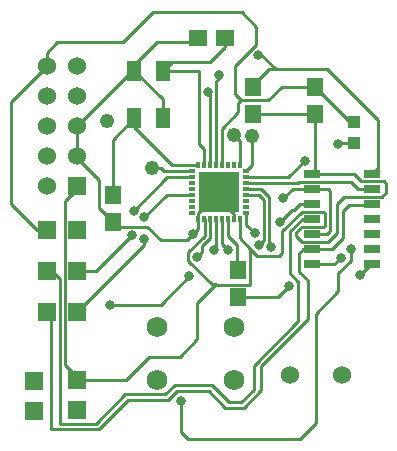
<source format=gbr>
%FSLAX23Y23*%
%MOIN*%
G04 EasyPC Gerber Version 17.0 Build 3379 *
%ADD27R,0.01181X0.01969*%
%ADD21R,0.03937X0.04291*%
%ADD72R,0.04724X0.07087*%
%ADD71R,0.05500X0.06000*%
%ADD22R,0.06000X0.06000*%
%ADD23R,0.06000X0.06000*%
%ADD29R,0.13780X0.13780*%
%ADD24C,0.00984*%
%ADD12C,0.01000*%
%ADD13C,0.03189*%
%ADD25C,0.04800*%
%ADD15C,0.06000*%
%ADD28R,0.01969X0.01181*%
%ADD26R,0.05787X0.02559*%
%ADD18R,0.06000X0.05500*%
%ADD70C,0.06890*%
X0Y0D02*
D02*
D12*
X508Y1526D02*
Y1571D01*
X543Y1606*
X762*
X862Y1706*
X1159*
X1206Y1659*
Y1598*
X1136Y1527*
Y1435*
X1157Y1413*
X510Y982D02*
X476D01*
X389Y1068*
Y1407*
X508Y1526*
X510Y844D02*
X526D01*
X551Y819*
Y334*
X671*
X769Y433*
X903*
X935Y464*
X1059*
X1116Y407*
X1157*
X1199Y448*
Y529*
X1346Y677*
Y809*
X1319Y836*
Y976*
X1362Y1019*
X1394*
Y1017*
X610Y844D02*
X671D01*
X791Y964*
X718Y732D02*
X889D01*
X984Y826*
X728Y1096D02*
Y1280D01*
X800Y1353*
Y1323*
X925Y1198*
X1014*
Y1196*
X834Y952D02*
Y931D01*
X610Y706*
X860Y1187D02*
X889D01*
X899Y1177*
X992*
X993Y1176*
X895Y1510D02*
X1015D01*
Y1269*
X1033Y1252*
Y1196*
X956Y411D02*
Y309D01*
X980Y285*
X1352*
X1405Y338*
Y702*
X1480Y777*
Y838*
X1521Y879*
Y917*
X993Y1097D02*
X908D01*
X834Y1023*
X993Y1156D02*
X910D01*
X799Y1045*
X1053Y1017D02*
Y954D01*
X1025Y927*
Y907*
X1010Y891*
X1053Y1196D02*
Y1435D01*
X1045Y1442*
X1073Y1017D02*
Y921D01*
X1067Y915*
X1084Y1496D02*
Y1486D01*
X1073Y1474*
Y1196*
X1092Y1017D02*
Y935D01*
X1114Y913*
X1102Y1620D02*
Y1590D01*
X1053Y1541*
X926*
X895Y1510*
X1112Y1017D02*
Y962D01*
X1143Y931*
Y875*
X1147Y871*
Y846*
X1134Y1297D02*
X1151Y1279D01*
Y1196*
X1147Y756D02*
X1278D01*
X1315Y793*
X1157Y1413D02*
X1147Y1403D01*
Y1374*
X1092Y1318*
Y1196*
X1172Y1038D02*
Y999D01*
X1201Y970*
X1172Y1097D02*
Y1096D01*
X1217*
X1232Y1081*
Y946*
X1216Y931*
X1172Y1136D02*
X1345D01*
X1350Y1141*
X1521*
X1546Y1117*
X1592*
X1172Y1156D02*
X1314D01*
X1370Y1212*
X1193Y1295D02*
Y1196D01*
X1172Y1176*
X1197Y1458D02*
Y1464D01*
X1250Y1517*
X1271*
X1212Y1565D02*
X1224D01*
X1271Y1517*
X1256Y923D02*
X1250D01*
Y1090*
X1222Y1118*
X1172*
Y1117*
X1271Y1517D02*
X1443D01*
X1612Y1348*
Y1187*
X1592Y1167*
X1394Y867D02*
X1467D01*
X1488Y887*
X1394Y917D02*
X1364D01*
X1348Y901*
Y842*
X1378Y813*
Y683*
X1224Y529*
Y446*
X1167Y389*
X1104*
X1049Y444*
X943*
X913Y415*
X779*
X681Y317*
X523*
Y693*
X510Y706*
X1394Y917D02*
X1458D01*
X1496Y954*
Y1043*
X1517Y1065*
X1590*
X1592Y1067*
X1394D02*
X1352D01*
X1334Y1049*
X1325*
X1285Y1009*
X1394Y1117D02*
X1328D01*
X1297Y1086*
X1394Y1117D02*
X1447D01*
X1454Y1110*
Y978*
X1443Y966*
X1395*
X1394Y967*
X1401Y1458D02*
X1291D01*
X1246Y1413*
X1157*
X1533Y1340D02*
X1520D01*
X1401Y1458*
D02*
D13*
X718Y732D03*
X791Y964D03*
X799Y1045D03*
X834Y952D03*
Y1023D03*
X956Y411D03*
X984Y826D03*
X996Y966D03*
X1010Y891D03*
X1045Y1442D03*
X1067Y915D03*
X1084Y1496D03*
X1114Y913D03*
X1201Y970D03*
X1212Y1565D03*
X1216Y931D03*
X1256Y923D03*
X1285Y1009D03*
X1297Y1086D03*
X1315Y793D03*
X1370Y1212D03*
X1478Y1269D03*
X1488Y887D03*
X1521Y917D03*
X1553Y830D03*
D02*
D15*
X508Y1126D03*
Y1226D03*
Y1326D03*
Y1426D03*
Y1526D03*
X608Y1226D03*
Y1326D03*
Y1426D03*
Y1526D03*
X1320Y498D03*
X1494D03*
D02*
D18*
X1012Y1620D03*
X1102D03*
D02*
D70*
X875Y481D03*
Y658D03*
X1131Y481D03*
Y658D03*
D02*
D71*
X728Y1006D03*
Y1096D03*
X1147Y756D03*
Y846D03*
X1197Y1368D03*
Y1458D03*
X1401Y1368D03*
Y1458D03*
D02*
D21*
X1533Y1270D03*
Y1340D03*
D02*
D22*
X466Y376D03*
Y476D03*
X510Y982D03*
X510Y706D03*
Y844D03*
X608Y382D03*
Y482D03*
X610Y982D03*
X610Y706D03*
Y844D03*
D02*
D23*
X608Y1126D03*
D02*
D24*
X608Y482D02*
X771D01*
X848Y559*
X951*
X1008Y616*
Y738*
X1071Y801*
X608Y482D02*
Y492D01*
X569Y531*
Y1077*
X608Y1116*
Y1126*
Y1226D02*
Y1216D01*
X614*
X681Y1149*
Y1053*
X728Y1006*
X608Y1326D02*
Y1226D01*
X728Y1006D02*
Y992D01*
X842*
X888Y946*
X976*
X996Y966*
X800Y1510D02*
Y1530D01*
X876Y1606*
X998*
X1012Y1620*
X800Y1510D02*
X792D01*
X608Y1326*
X895Y1353D02*
Y1416D01*
X800Y1510*
X1014Y1017D02*
Y984D01*
X996Y966*
X1014Y1017D02*
Y1038D01*
X1082Y1107*
X1033Y1017D02*
X1035D01*
Y962*
X980Y907*
Y879*
X1059Y801*
X1071*
X1073Y799*
X1187*
Y919*
X1082Y1107D02*
Y1084D01*
X1132Y1035*
Y1017*
X1187Y919D02*
X1151Y954D01*
Y1017*
X1197Y1368D02*
X1401D01*
X1394Y1167D02*
X1531D01*
X1555Y1143*
X1632*
X1639Y1135*
Y1106*
X1626Y1092*
X1500*
X1476Y1068*
Y972*
X1447Y942*
X1360*
X1340Y962*
Y974*
X1358Y992*
X1433*
X1437Y996*
Y1035*
X1431Y1041*
X1358*
X1293Y976*
Y905*
X1283Y895*
X1210*
X1187Y919*
X1401Y1368D02*
Y1174D01*
X1394Y1167*
X1533Y1270D02*
X1479D01*
X1478Y1269*
X1592Y867D02*
X1589D01*
X1553Y830*
D02*
D25*
X708Y1344D03*
X860Y1187D03*
X1134Y1297D03*
X1193Y1295D03*
D02*
D26*
X1394Y867D03*
Y917D03*
Y967D03*
Y1017D03*
Y1067D03*
Y1117D03*
Y1167D03*
X1592Y867D03*
Y917D03*
Y967D03*
Y1017D03*
Y1067D03*
Y1117D03*
Y1167D03*
D02*
D27*
X1014Y1017D03*
Y1196D03*
X1033Y1017D03*
Y1196D03*
X1053Y1017D03*
Y1196D03*
X1073Y1017D03*
Y1196D03*
X1092Y1017D03*
Y1196D03*
X1112Y1017D03*
Y1196D03*
X1132Y1017D03*
Y1196D03*
X1151Y1017D03*
Y1196D03*
D02*
D28*
X993Y1038D03*
Y1058D03*
Y1077D03*
Y1097D03*
Y1117D03*
Y1136D03*
Y1156D03*
Y1176D03*
X1172Y1038D03*
Y1058D03*
Y1077D03*
Y1097D03*
Y1117D03*
Y1136D03*
Y1156D03*
Y1176D03*
D02*
D29*
X1082Y1107D03*
D02*
D72*
X800Y1353D03*
Y1510D03*
X895Y1353D03*
Y1510D03*
X0Y0D02*
M02*

</source>
